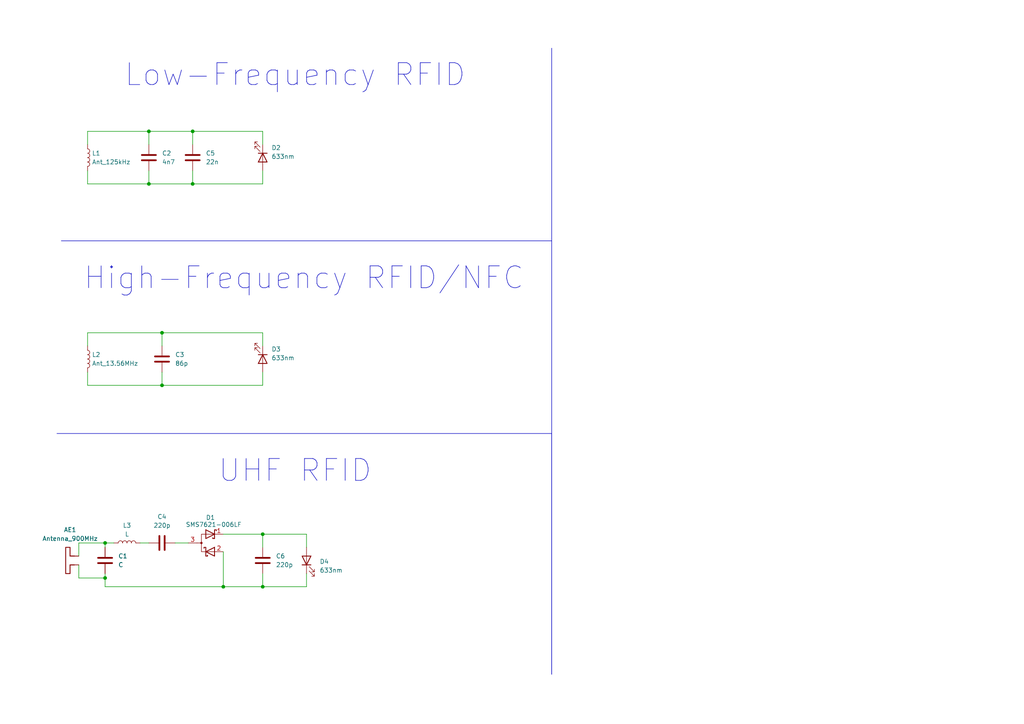
<source format=kicad_sch>
(kicad_sch (version 20250114) (generator "eeschema") (generator_version "9.0")
  (paper "A4")
  (lib_symbols
    (symbol "Device:Antenna_Dipole" (pin_numbers (hide yes)) (pin_names (offset 1.016) (hide yes))
      (property "Reference" "AE" (at 1.27 1.27 0))
      (property "Value" "Antenna_Dipole" (at 1.27 0 0))
      (symbol "Antenna_Dipole_0_1"
        (polyline (pts (xy 2.54 -3.81) (xy 2.54 -2.54) (xy 5.08 -2.54) (xy 5.08 -1.27) (xy -2.54 -1.27) (xy -2.54 -2.54) (xy 0 -2.54) (xy 0 -3.81)) (stroke (width 0.254)))
      )
      (symbol "Antenna_Dipole_1_1"
        (pin input line (at 0 -5.08 90) (length 2.54) (name "~") (number "1"))
        (pin input line (at 2.54 -5.08 90) (length 2.54) (name "~") (number "2"))
      )
    )
    (symbol "Device:C" (pin_numbers (hide yes)) (pin_names (offset 0.254))
      (property "Reference" "C" (at 0.635 2.54 0))
      (property "Value" "C" (at 0.635 -2.54 0))
      (symbol "C_0_1"
        (polyline (pts (xy -2.032 0.762) (xy 2.032 0.762)) (stroke (width 0.508)))
        (polyline (pts (xy -2.032 -0.762) (xy 2.032 -0.762)) (stroke (width 0.508)))
      )
      (symbol "C_1_1"
        (pin passive line (at 0 3.81 270) (length 2.794) (name "~") (number "1"))
        (pin passive line (at 0 -3.81 90) (length 2.794) (name "~") (number "2"))
      )
    )
    (symbol "Device:D_Schottky_Dual_Series_KAC_Parallel" (pin_names (offset 0.762) (hide yes))
      (property "Reference" "D" (at 0 5.08 0))
      (property "Value" "D_Schottky_Dual_Series_KAC_Parallel" (at 0 -5.08 0))
      (symbol "D_Schottky_Dual_Series_KAC_Parallel_0_1"
        (circle (center -1.27 0) (radius 0.254) (fill (type outline)))
        (polyline (pts (xy -1.27 0) (xy -2.54 0)))
        (polyline (pts (xy -0.508 -1.524) (xy -0.508 -1.27) (xy 0 -1.27) (xy 0 -3.81) (xy 0.508 -3.81) (xy 0.508 -3.556)) (stroke (width 0.254)))
        (polyline (pts (xy 0 3.81) (xy 2.54 2.54) (xy 0 1.27) (xy 0 3.81) (xy 0 3.81) (xy 0 3.81)) (stroke (width 0.254)))
        (polyline (pts (xy 2.54 2.54) (xy -1.27 2.54) (xy -1.27 -2.54) (xy 2.54 -2.54)))
        (polyline (pts (xy 2.54 -1.27) (xy 0 -2.54) (xy 2.54 -3.81) (xy 2.54 -1.27) (xy 2.54 -1.27) (xy 2.54 -1.27)) (stroke (width 0.254)))
        (polyline (pts (xy 3.048 3.556) (xy 3.048 3.81) (xy 2.54 3.81) (xy 2.54 1.27) (xy 2.032 1.27) (xy 2.032 1.524)) (stroke (width 0.254)))
        (pin passive line (at -5.08 0 0) (length 2.54) (name "A") (number "3"))
        (pin passive line (at 5.08 2.54 180) (length 2.54) (name "K") (number "1"))
        (pin passive line (at 5.08 -2.54 180) (length 2.54) (name "K") (number "2"))
      )
    )
    (symbol "Device:L" (pin_numbers (hide yes)) (pin_names (offset 1.016) (hide yes))
      (property "Reference" "L" (at -1.27 0 90))
      (property "Value" "L" (at 1.905 0 90))
      (symbol "L_0_1"
        (arc (start 0 2.54) (mid 0.6323 1.905) (end 0 1.27))
        (arc (start 0 1.27) (mid 0.6323 0.635) (end 0 0))
        (arc (start 0 0) (mid 0.6323 -0.635) (end 0 -1.27))
        (arc (start 0 -1.27) (mid 0.6323 -1.905) (end 0 -2.54))
      )
      (symbol "L_1_1"
        (pin passive line (at 0 3.81 270) (length 1.27) (name "1") (number "1"))
        (pin passive line (at 0 -3.81 90) (length 1.27) (name "2") (number "2"))
      )
    )
    (symbol "Device:LED" (pin_numbers (hide yes)) (pin_names (offset 1.016) (hide yes))
      (property "Reference" "D" (at 0 2.54 0))
      (property "Value" "LED" (at 0 -2.54 0))
      (symbol "LED_0_1"
        (polyline (pts (xy -3.048 -0.762) (xy -4.572 -2.286) (xy -3.81 -2.286) (xy -4.572 -2.286) (xy -4.572 -1.524)))
        (polyline (pts (xy -1.778 -0.762) (xy -3.302 -2.286) (xy -2.54 -2.286) (xy -3.302 -2.286) (xy -3.302 -1.524)))
        (polyline (pts (xy -1.27 0) (xy 1.27 0)))
        (polyline (pts (xy -1.27 -1.27) (xy -1.27 1.27)) (stroke (width 0.254)))
        (polyline (pts (xy 1.27 -1.27) (xy 1.27 1.27) (xy -1.27 0) (xy 1.27 -1.27)) (stroke (width 0.254)))
      )
      (symbol "LED_1_1"
        (pin passive line (at -3.81 0 0) (length 2.54) (name "K") (number "1"))
        (pin passive line (at 3.81 0 180) (length 2.54) (name "A") (number "2"))
      )
    )
  )
  (text "UHF RFID" (at 85.598 136.652 0) (effects (font (size 6.35 6.35))))
  (text "High-Frequency RFID/NFC" (at 88.138 80.772 0) (effects (font (size 6.35 6.35))))
  (text "Low-Frequency RFID" (at 85.598 21.844 0) (effects (font (size 6.35 6.35))))
  (junction (at 30.48 157.48))
  (junction (at 55.88 38.1))
  (junction (at 76.2 154.94))
  (junction (at 76.2 170.18))
  (junction (at 30.48 167.64))
  (junction (at 46.99 111.76))
  (junction (at 43.18 53.34))
  (junction (at 46.99 96.52))
  (junction (at 43.18 38.1))
  (junction (at 64.77 170.18))
  (junction (at 55.88 53.34))
  (wire (pts (xy 76.2 111.76) (xy 76.2 107.95)))
  (wire (pts (xy 55.88 53.34) (xy 76.2 53.34)))
  (wire (pts (xy 22.86 157.48) (xy 30.48 157.48)))
  (wire (pts (xy 64.77 170.18) (xy 76.2 170.18)))
  (wire (pts (xy 88.9 166.37) (xy 88.9 170.18)))
  (wire (pts (xy 22.86 167.64) (xy 30.48 167.64)))
  (wire (pts (xy 25.4 49.53) (xy 25.4 53.34)))
  (wire (pts (xy 25.4 41.91) (xy 25.4 38.1)))
  (wire (pts (xy 55.88 38.1) (xy 55.88 41.91)))
  (wire (pts (xy 25.4 111.76) (xy 25.4 107.95)))
  (wire (pts (xy 43.18 41.91) (xy 43.18 38.1)))
  (wire (pts (xy 25.4 96.52) (xy 25.4 100.33)))
  (wire (pts (xy 22.86 157.48) (xy 22.86 161.29)))
  (wire (pts (xy 30.48 166.37) (xy 30.48 167.64)))
  (wire (pts (xy 76.2 166.37) (xy 76.2 170.18)))
  (wire (pts (xy 55.88 53.34) (xy 55.88 49.53)))
  (wire (pts (xy 43.18 49.53) (xy 43.18 53.34)))
  (wire (pts (xy 76.2 38.1) (xy 76.2 41.91)))
  (polyline (pts (xy 160.02 195.58) (xy 160.02 125.73)))
  (wire (pts (xy 64.77 154.94) (xy 76.2 154.94)))
  (wire (pts (xy 43.18 38.1) (xy 55.88 38.1)))
  (wire (pts (xy 76.2 154.94) (xy 88.9 154.94)))
  (wire (pts (xy 46.99 111.76) (xy 76.2 111.76)))
  (polyline (pts (xy 160.02 13.97) (xy 160.02 195.58)))
  (wire (pts (xy 76.2 154.94) (xy 76.2 158.75)))
  (wire (pts (xy 46.99 96.52) (xy 46.99 100.33)))
  (wire (pts (xy 76.2 170.18) (xy 88.9 170.18)))
  (wire (pts (xy 43.18 53.34) (xy 55.88 53.34)))
  (wire (pts (xy 76.2 96.52) (xy 76.2 100.33)))
  (wire (pts (xy 33.02 157.48) (xy 30.48 157.48)))
  (wire (pts (xy 22.86 167.64) (xy 22.86 163.83)))
  (wire (pts (xy 25.4 96.52) (xy 46.99 96.52)))
  (wire (pts (xy 76.2 53.34) (xy 76.2 49.53)))
  (wire (pts (xy 25.4 38.1) (xy 43.18 38.1)))
  (wire (pts (xy 25.4 111.76) (xy 46.99 111.76)))
  (wire (pts (xy 55.88 38.1) (xy 76.2 38.1)))
  (wire (pts (xy 25.4 53.34) (xy 43.18 53.34)))
  (wire (pts (xy 40.64 157.48) (xy 43.18 157.48)))
  (wire (pts (xy 46.99 96.52) (xy 76.2 96.52)))
  (wire (pts (xy 30.48 157.48) (xy 30.48 158.75)))
  (polyline (pts (xy 17.78 69.85) (xy 160.02 69.85)))
  (wire (pts (xy 46.99 111.76) (xy 46.99 107.95)))
  (wire (pts (xy 50.8 157.48) (xy 54.61 157.48)))
  (polyline (pts (xy 16.51 125.73) (xy 160.02 125.73)))
  (wire (pts (xy 64.77 160.02) (xy 64.77 170.18)))
  (wire (pts (xy 88.9 154.94) (xy 88.9 158.75)))
  (wire (pts (xy 30.48 170.18) (xy 64.77 170.18)))
  (wire (pts (xy 30.48 167.64) (xy 30.48 170.18)))
  (symbol (lib_id "Device:D_Schottky_Dual_Series_KAC_Parallel") (at 59.69 157.48 0) (unit 1)
    (property "Reference" "D1" (at 59.69 150.114 0) (effects (justify left)))
    (property "Value" "SMS7621-006LF" (at 53.848 152.146 0) (effects (justify left)))
    (property "Footprint" "Package_TO_SOT_SMD:SOT-23_Handsoldering" (effects (hide yes)))
    (property "Description" "Dual Schottky diode, cathode/anode/center" (effects (hide yes)))
  )
  (symbol (lib_id "Device:LED") (at 76.2 104.14 270) (unit 1)
    (property "Reference" "D3" (at 78.74 101.2824 90) (effects (justify left)))
    (property "Value" "633nm" (at 78.74 103.8224 90) (effects (justify left)))
    (property "Footprint" "LED_SMD:LED_0603_1608Metric" (effects (hide yes)))
    (property "Description" "Light emitting diode" (effects (hide yes)))
    (property "Sim.Pins" "1=K 2=A" (effects (hide yes)))
  )
  (symbol (lib_id "Device:L") (at 25.4 45.72 0) (unit 1)
    (property "Reference" "L1" (at 26.67 44.4499 0) (effects (justify left)))
    (property "Value" "Ant_125kHz" (at 26.67 46.9899 0) (effects (justify left)))
    (property "Footprint" "Library:Antenna_125kHz_v2" (effects (hide yes)))
  )
  (symbol (lib_id "Device:L") (at 36.83 157.48 90) (unit 1)
    (property "Reference" "L3" (at 36.83 152.4 90))
    (property "Value" "L" (at 36.83 154.94 90))
    (property "Footprint" "Inductor_SMD:L_0603_1608Metric_Pad1.05x0.95mm_HandSolder" (effects (hide yes)))
    (property "Description" "Inductor" (effects (hide yes)))
  )
  (symbol (lib_id "Device:LED") (at 88.9 162.56 90) (unit 1)
    (property "Reference" "D4" (at 92.71 162.8774 90) (effects (justify right)))
    (property "Value" "633nm" (at 92.71 165.4174 90) (effects (justify right)))
    (property "Footprint" "LED_SMD:LED_0603_1608Metric" (effects (hide yes)))
    (property "Description" "Light emitting diode" (effects (hide yes)))
    (property "Sim.Pins" "1=K 2=A" (effects (hide yes)))
  )
  (symbol (lib_id "Device:C") (at 43.18 45.72 0) (unit 1)
    (property "Reference" "C2" (at 46.99 44.4499 0) (effects (justify left)))
    (property "Value" "4n7" (at 46.99 46.9899 0) (effects (justify left)))
    (property "Footprint" "Capacitor_SMD:C_0603_1608Metric_Pad1.08x0.95mm_HandSolder" (effects (hide yes)))
    (property "Description" "Unpolarized capacitor" (effects (hide yes)))
  )
  (symbol (lib_id "Device:LED") (at 76.2 45.72 270) (unit 1)
    (property "Reference" "D2" (at 78.74 42.8624 90) (effects (justify left)))
    (property "Value" "633nm" (at 78.74 45.4024 90) (effects (justify left)))
    (property "Footprint" "LED_SMD:LED_0603_1608Metric" (effects (hide yes)))
    (property "Description" "Light emitting diode" (effects (hide yes)))
    (property "Sim.Pins" "1=K 2=A" (effects (hide yes)))
  )
  (symbol (lib_id "Device:C") (at 30.48 162.56 0) (unit 1)
    (property "Reference" "C1" (at 34.29 161.2899 0) (effects (justify left)))
    (property "Value" "C" (at 34.29 163.8299 0) (effects (justify left)))
    (property "Footprint" "Capacitor_SMD:C_0603_1608Metric_Pad1.08x0.95mm_HandSolder" (effects (hide yes)))
    (property "Description" "Unpolarized capacitor" (effects (hide yes)))
  )
  (symbol (lib_id "Device:L") (at 25.4 104.14 0) (unit 1)
    (property "Reference" "L2" (at 26.67 102.8699 0) (effects (justify left)))
    (property "Value" "Ant_13.56MHz" (at 26.67 105.4099 0) (effects (justify left)))
    (property "Footprint" "Library:Antenna_nfc" (effects (hide yes)))
    (property "Description" "Inductor" (effects (hide yes)))
  )
  (symbol (lib_id "Device:C") (at 76.2 162.56 0) (unit 1)
    (property "Reference" "C6" (at 80.01 161.2899 0) (effects (justify left)))
    (property "Value" "220p" (at 80.01 163.8299 0) (effects (justify left)))
    (property "Footprint" "Capacitor_SMD:C_0603_1608Metric_Pad1.08x0.95mm_HandSolder" (effects (hide yes)))
    (property "Description" "Unpolarized capacitor" (effects (hide yes)))
  )
  (symbol (lib_id "Device:Antenna_Dipole") (at 17.78 163.83 90) (unit 1)
    (property "Reference" "AE1" (at 20.32 153.67 90))
    (property "Value" "Antenna_900MHz" (at 20.32 156.21 90))
    (property "Footprint" "Library:Ant_915mhz" (effects (hide yes)))
  )
  (symbol (lib_id "Device:C") (at 55.88 45.72 0) (unit 1)
    (property "Reference" "C5" (at 59.69 44.4499 0) (effects (justify left)))
    (property "Value" "22n" (at 59.69 46.9899 0) (effects (justify left)))
    (property "Footprint" "Capacitor_SMD:C_0603_1608Metric_Pad1.08x0.95mm_HandSolder" (effects (hide yes)))
    (property "Description" "Unpolarized capacitor" (effects (hide yes)))
  )
  (symbol (lib_id "Device:C") (at 46.99 104.14 0) (unit 1)
    (property "Reference" "C3" (at 50.8 102.8699 0) (effects (justify left)))
    (property "Value" "86p" (at 50.8 105.4099 0) (effects (justify left)))
    (property "Footprint" "Capacitor_SMD:C_0603_1608Metric_Pad1.08x0.95mm_HandSolder" (effects (hide yes)))
    (property "Description" "Unpolarized capacitor" (effects (hide yes)))
  )
  (symbol (lib_id "Device:C") (at 46.99 157.48 90) (unit 1)
    (property "Reference" "C4" (at 46.99 149.86 90))
    (property "Value" "220p" (at 46.99 152.4 90))
    (property "Footprint" "Capacitor_SMD:C_0603_1608Metric_Pad1.08x0.95mm_HandSolder" (effects (hide yes)))
    (property "Description" "Unpolarized capacitor" (effects (hide yes)))
  )
)
</source>
